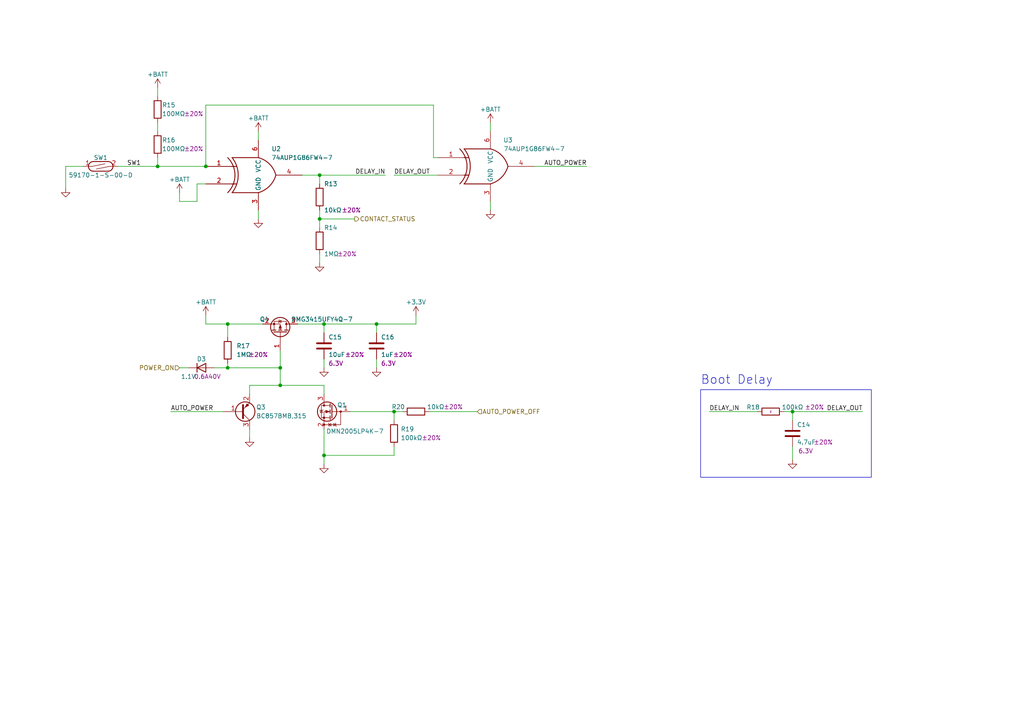
<source format=kicad_sch>
(kicad_sch (version 20230121) (generator eeschema)
  (paper "A4")
  (lib_symbols
    (symbol "Device:C" (pin_numbers hide) (pin_names (offset 0.254))
      (property "Reference" "C" (at 0.635 2.54 0))
      (property "Value" "C" (at 0.635 -2.54 0))
      (symbol "C_0_1"
        (polyline (pts (xy -2.032 -0.762) (xy 2.032 -0.762)) (stroke (width 0.508)))
        (polyline (pts (xy -2.032 0.762) (xy 2.032 0.762)) (stroke (width 0.508)))
      )
      (symbol "C_1_1"
        (pin passive line (at 0 3.81 270) (length 2.794) (name "~") (number "1"))
        (pin passive line (at 0 -3.81 90) (length 2.794) (name "~") (number "2"))
      )
    )
    (symbol "Device:D" (pin_numbers hide) (pin_names (offset 1.016) hide)
      (property "Reference" "D" (at 0 2.54 0))
      (property "Value" "D" (at 0 -2.54 0))
      (symbol "D_0_1"
        (polyline (pts (xy -1.27 1.27) (xy -1.27 -1.27)) (stroke (width 0.254)))
        (polyline (pts (xy 1.27 0) (xy -1.27 0)))
        (polyline (pts (xy 1.27 1.27) (xy 1.27 -1.27) (xy -1.27 0) (xy 1.27 1.27)) (stroke (width 0.254)))
      )
      (symbol "D_1_1"
        (pin passive line (at -3.81 0 0) (length 2.54) (name "K") (number "1"))
        (pin passive line (at 3.81 0 180) (length 2.54) (name "A") (number "2"))
      )
    )
    (symbol "Device:R" (pin_numbers hide) (pin_names (offset 0))
      (property "Reference" "R" (at 2.032 0 90))
      (property "Value" "R" (at 0 0 90))
      (symbol "R_0_1"
        (rectangle (start -1.016 -2.54) (end 1.016 2.54) (stroke (width 0.254)))
      )
      (symbol "R_1_1"
        (pin passive line (at 0 3.81 270) (length 1.27) (name "~") (number "1"))
        (pin passive line (at 0 -3.81 90) (length 1.27) (name "~") (number "2"))
      )
    )
    (symbol "easyeda2kicad:59170-1-S-00-D" (pin_names hide)
      (property "Reference" "SW" (at 0 2.54 0))
      (property "Value" "59170-1-S-00-D" (at 0 -2.54 0))
      (symbol "59170-1-S-00-D_0_0"
        (arc (start -2.159 1.397) (mid -3.55 0) (end -2.159 -1.397) (stroke (width 0.254)))
        (polyline (pts (xy -2.54 0) (xy 1.27 0.762)))
        (polyline (pts (xy -2.159 -1.397) (xy 2.286 -1.397)) (stroke (width 0.254)))
        (polyline (pts (xy 2.159 1.397) (xy -2.159 1.397)) (stroke (width 0.254)))
        (polyline (pts (xy 2.54 0) (xy -1.27 -0.762)))
        (arc (start 2.159 -1.397) (mid 3.55 0) (end 2.159 1.397) (stroke (width 0.254)))
      )
      (symbol "59170-1-S-00-D_1_1"
        (pin passive line (at -5.08 0 0) (length 2.54) (name "1") (number "1"))
        (pin passive line (at 5.08 0 180) (length 2.54) (name "2") (number "2"))
      )
    )
    (symbol "easyeda2kicad:74AUP1G86FW4-7"
      (property "Reference" "U" (at 0 7.62 0))
      (property "Value" "74AUP1G86FW4-7" (at 0 -7.62 0))
      (symbol "74AUP1G86FW4-7_0_1"
        (arc (start -8.89 -5.08) (mid -6.7858 0) (end -8.89 5.08) (stroke (width 0.254)))
        (arc (start -7.62 -5.08) (mid -5.838 0) (end -7.62 5.08) (stroke (width 0.254)))
        (arc (start 0 -5.08) (mid 3.1986 -3.2054) (end 5.08 0) (stroke (width 0.254)))
        (polyline (pts (xy -7.62 -2.54) (xy -6.35 -2.54)) (stroke (width 0.254)) (fill (type background)))
        (polyline (pts (xy -7.62 2.54) (xy -6.35 2.54)) (stroke (width 0.254)) (fill (type background)))
        (polyline (pts (xy 0 -5.08) (xy -7.62 -5.08)) (stroke (width 0.254)) (fill (type background)))
        (polyline (pts (xy 0 5.08) (xy -7.62 5.08)) (stroke (width 0.254)) (fill (type background)))
        (arc (start 5.08 0) (mid 3.2238 3.2304) (end 0 5.08) (stroke (width 0.254)))
      )
      (symbol "74AUP1G86FW4-7_1_1"
        (pin input line (at -15.24 2.54 0) (length 7.62) (name "~") (number "1"))
        (pin input line (at -15.24 -2.54 0) (length 7.62) (name "~") (number "2"))
        (pin power_in line (at 0 -10.16 90) (length 5.08) (name "GND") (number "3"))
        (pin output line (at 12.7 0 180) (length 7.62) (name "~") (number "4"))
        (pin no_connect line (at -3.81 10.16 270) (length 5.08) hide (name "NC") (number "5"))
        (pin power_in line (at 0 10.16 270) (length 5.08) (name "VCC") (number "6"))
      )
    )
    (symbol "easyeda2kicad:BC857BMB,315" (pin_names (offset 0) hide)
      (property "Reference" "Q" (at 5.08 1.905 0))
      (property "Value" "BC857BMB,315" (at 5.08 0 0))
      (symbol "BC857BMB,315_0_1"
        (polyline (pts (xy 0.635 0.635) (xy 2.54 2.54)))
        (polyline (pts (xy 0.635 -0.635) (xy 2.54 -2.54) (xy 2.54 -2.54)))
        (polyline (pts (xy 0.635 1.905) (xy 0.635 -1.905) (xy 0.635 -1.905)) (stroke (width 0.508)))
        (polyline (pts (xy 2.286 -1.778) (xy 1.778 -2.286) (xy 1.27 -1.27) (xy 2.286 -1.778) (xy 2.286 -1.778)) (fill (type outline)))
        (circle (center 1.27 0) (radius 2.8194) (stroke (width 0.254)))
      )
      (symbol "BC857BMB,315_1_1"
        (pin input line (at -5.08 0 0) (length 5.715) (name "B") (number "1"))
        (pin passive line (at 2.54 -5.08 90) (length 2.54) (name "E") (number "2"))
        (pin passive line (at 2.54 5.08 270) (length 2.54) (name "C") (number "3"))
      )
    )
    (symbol "easyeda2kicad:DMG3415UFY4Q-7" (pin_names (offset 0) hide)
      (property "Reference" "Q" (at 5.08 1.27 0))
      (property "Value" "DMG3415UFY4Q-7" (at 5.08 -1.27 0))
      (symbol "DMG3415UFY4Q-7_0_1"
        (polyline (pts (xy 0.254 0) (xy -2.54 0)))
        (polyline (pts (xy 0.254 1.905) (xy 0.254 -1.905)) (stroke (width 0.254)))
        (polyline (pts (xy 0.762 -1.27) (xy 0.762 -2.286)) (stroke (width 0.254)))
        (polyline (pts (xy 0.762 0.508) (xy 0.762 -0.508)) (stroke (width 0.254)))
        (polyline (pts (xy 0.762 2.286) (xy 0.762 1.27)) (stroke (width 0.254)))
        (polyline (pts (xy 2.54 2.54) (xy 2.54 1.778)))
        (polyline (pts (xy 2.54 -2.54) (xy 2.54 0) (xy 0.762 0)))
        (polyline (pts (xy 0.762 1.778) (xy 3.302 1.778) (xy 3.302 -1.778) (xy 0.762 -1.778)))
        (polyline (pts (xy 2.286 0) (xy 1.27 0.381) (xy 1.27 -0.381) (xy 2.286 0)) (fill (type outline)))
        (polyline (pts (xy 2.794 -0.508) (xy 2.921 -0.381) (xy 3.683 -0.381) (xy 3.81 -0.254)))
        (polyline (pts (xy 3.302 -0.381) (xy 2.921 0.254) (xy 3.683 0.254) (xy 3.302 -0.381)))
        (circle (center 1.651 0) (radius 2.794) (stroke (width 0.254)))
        (circle (center 2.54 -1.778) (radius 0.254) (fill (type outline)))
        (circle (center 2.54 1.778) (radius 0.254) (fill (type outline)))
      )
      (symbol "DMG3415UFY4Q-7_1_1"
        (pin input line (at -5.08 0 0) (length 2.54) (name "G") (number "1"))
        (pin passive line (at 2.54 -5.08 90) (length 2.54) (name "S") (number "2"))
        (pin passive line (at 2.54 5.08 270) (length 2.54) (name "D") (number "3"))
      )
    )
    (symbol "easyeda2kicad:DMN2005LP4K-7" (pin_names (offset 0) hide)
      (property "Reference" "Q" (at 5.08 1.905 0))
      (property "Value" "DMN2005LP4K-7" (at 5.08 0 0))
      (symbol "DMN2005LP4K-7_0_1"
        (polyline (pts (xy 2.54 -3.81) (xy -2.286 -3.81) (xy -2.286 0)))
      )
      (symbol "DMN2005LP4K-7_1_1"
        (circle (center -2.286 0) (radius 0.254) (fill (type outline)))
        (polyline (pts (xy 0.254 0) (xy -2.54 0)))
        (polyline (pts (xy 0.254 1.905) (xy 0.254 -1.905)) (stroke (width 0.254)))
        (polyline (pts (xy 0.762 -1.27) (xy 0.762 -2.286)) (stroke (width 0.254)))
        (polyline (pts (xy 0.762 0.508) (xy 0.762 -0.508)) (stroke (width 0.254)))
        (polyline (pts (xy 0.762 2.286) (xy 0.762 1.27)) (stroke (width 0.254)))
        (polyline (pts (xy 2.54 2.54) (xy 2.54 1.778)))
        (polyline (pts (xy 2.54 -2.54) (xy 2.54 0) (xy 0.762 0)))
        (polyline (pts (xy -1.016 -4.318) (xy -0.889 -4.191) (xy -0.889 -3.429) (xy -0.762 -3.302)))
        (polyline (pts (xy -0.889 -3.81) (xy -0.254 -4.191) (xy -0.254 -3.429) (xy -0.889 -3.81)))
        (polyline (pts (xy 0.762 -1.778) (xy 3.302 -1.778) (xy 3.302 1.778) (xy 0.762 1.778)))
        (polyline (pts (xy 1.016 0) (xy 2.032 0.381) (xy 2.032 -0.381) (xy 1.016 0)) (fill (type outline)))
        (polyline (pts (xy 1.143 -3.81) (xy 0.508 -3.429) (xy 0.508 -4.191) (xy 1.143 -3.81)))
        (polyline (pts (xy 1.27 -3.302) (xy 1.143 -3.429) (xy 1.143 -4.191) (xy 1.016 -4.318)))
        (polyline (pts (xy 2.794 0.508) (xy 2.921 0.381) (xy 3.683 0.381) (xy 3.81 0.254)))
        (polyline (pts (xy 3.302 0.381) (xy 2.921 -0.254) (xy 3.683 -0.254) (xy 3.302 0.381)))
        (circle (center 1.651 0) (radius 2.794) (stroke (width 0.254)))
        (circle (center 2.54 -3.81) (radius 0.254) (fill (type outline)))
        (circle (center 2.54 -1.778) (radius 0.254) (fill (type outline)))
        (circle (center 2.54 1.778) (radius 0.254) (fill (type outline)))
        (pin input line (at -5.08 0 0) (length 2.54) (name "G") (number "1"))
        (pin passive line (at 2.54 -5.08 90) (length 2.54) (name "S") (number "2"))
        (pin passive line (at 2.54 5.08 270) (length 2.54) (name "D") (number "3"))
      )
    )
    (symbol "power:+3.3V" (power) (pin_names (offset 0))
      (property "Value" "+3.3V" (at 0 3.556 0))
      (symbol "+3.3V_0_1"
        (polyline (pts (xy -0.762 1.27) (xy 0 2.54)))
        (polyline (pts (xy 0 0) (xy 0 2.54)))
        (polyline (pts (xy 0 2.54) (xy 0.762 1.27)))
      )
      (symbol "+3.3V_1_1"
        (pin power_in line (at 0 0 90) (length 0) hide (name "+3.3V") (number "1"))
      )
    )
    (symbol "power:+BATT" (power) (pin_names (offset 0))
      (property "Value" "+BATT" (at 0 3.556 0))
      (symbol "+BATT_0_1"
        (polyline (pts (xy -0.762 1.27) (xy 0 2.54)))
        (polyline (pts (xy 0 0) (xy 0 2.54)))
        (polyline (pts (xy 0 2.54) (xy 0.762 1.27)))
      )
      (symbol "+BATT_1_1"
        (pin power_in line (at 0 0 90) (length 0) hide (name "+BATT") (number "1"))
      )
    )
    (symbol "power:GND" (power) (pin_names (offset 0))
      (property "Value" "GND" (at 0 -3.81 0))
      (symbol "GND_0_1"
        (polyline (pts (xy 0 0) (xy 0 -1.27) (xy 1.27 -1.27) (xy 0 -2.54) (xy -1.27 -1.27) (xy 0 -1.27)))
      )
      (symbol "GND_1_1"
        (pin power_in line (at 0 0 270) (length 0) hide (name "GND") (number "1"))
      )
    )
  )
  (junction (at 81.28 111.76))
  (junction (at 92.71 50.8))
  (junction (at 93.98 132.08))
  (junction (at 114.3 119.38))
  (junction (at 93.98 93.98))
  (junction (at 66.04 93.98))
  (junction (at 229.87 119.38))
  (junction (at 66.04 106.68))
  (junction (at 109.22 93.98))
  (junction (at 81.28 106.68))
  (junction (at 92.71 63.5))
  (junction (at 45.72 48.26))
  (junction (at 59.69 48.26))
  (wire (pts (xy 66.04 93.98) (xy 66.04 97.79)))
  (wire (pts (xy 45.72 48.26) (xy 59.69 48.26)))
  (wire (pts (xy 93.98 93.98) (xy 109.22 93.98)))
  (wire (pts (xy 81.28 101.6) (xy 81.28 106.68)))
  (wire (pts (xy 92.71 50.8) (xy 111.76 50.8)))
  (wire (pts (xy 86.36 93.98) (xy 93.98 93.98)))
  (wire (pts (xy 92.71 60.96) (xy 92.71 63.5)))
  (wire (pts (xy 101.6 119.38) (xy 114.3 119.38)))
  (wire (pts (xy 124.46 119.38) (xy 138.43 119.38)))
  (wire (pts (xy 57.15 53.34) (xy 59.69 53.34)))
  (wire (pts (xy 59.69 30.48) (xy 59.69 48.26)))
  (wire (pts (xy 34.29 48.26) (xy 45.72 48.26)))
  (wire (pts (xy 74.93 38.1) (xy 74.93 40.64)))
  (wire (pts (xy 19.05 48.26) (xy 19.05 54.61)))
  (wire (pts (xy 109.22 93.98) (xy 109.22 96.52)))
  (wire (pts (xy 125.73 30.48) (xy 59.69 30.48)))
  (wire (pts (xy 93.98 132.08) (xy 114.3 132.08)))
  (wire (pts (xy 74.93 60.96) (xy 74.93 63.5)))
  (wire (pts (xy 93.98 111.76) (xy 81.28 111.76)))
  (wire (pts (xy 142.24 58.42) (xy 142.24 60.96)))
  (wire (pts (xy 66.04 93.98) (xy 76.2 93.98)))
  (wire (pts (xy 154.94 48.26) (xy 170.18 48.26)))
  (wire (pts (xy 109.22 93.98) (xy 120.65 93.98)))
  (wire (pts (xy 93.98 132.08) (xy 93.98 134.62)))
  (wire (pts (xy 52.07 58.42) (xy 57.15 58.42)))
  (wire (pts (xy 114.3 119.38) (xy 114.3 121.92)))
  (wire (pts (xy 66.04 105.41) (xy 66.04 106.68)))
  (wire (pts (xy 114.3 119.38) (xy 116.84 119.38)))
  (wire (pts (xy 57.15 53.34) (xy 57.15 58.42)))
  (wire (pts (xy 125.73 45.72) (xy 127 45.72)))
  (wire (pts (xy 93.98 93.98) (xy 93.98 96.52)))
  (wire (pts (xy 205.74 119.38) (xy 219.71 119.38)))
  (wire (pts (xy 45.72 35.56) (xy 45.72 38.1)))
  (wire (pts (xy 114.3 50.8) (xy 127 50.8)))
  (wire (pts (xy 19.05 48.26) (xy 24.13 48.26)))
  (wire (pts (xy 114.3 132.08) (xy 114.3 129.54)))
  (wire (pts (xy 109.22 104.14) (xy 109.22 106.68)))
  (wire (pts (xy 72.39 124.46) (xy 72.39 127)))
  (wire (pts (xy 59.69 91.44) (xy 59.69 93.98)))
  (wire (pts (xy 52.07 106.68) (xy 54.61 106.68)))
  (wire (pts (xy 92.71 66.04) (xy 92.71 63.5)))
  (wire (pts (xy 72.39 111.76) (xy 81.28 111.76)))
  (wire (pts (xy 62.23 106.68) (xy 66.04 106.68)))
  (wire (pts (xy 92.71 63.5) (xy 102.87 63.5)))
  (wire (pts (xy 87.63 50.8) (xy 92.71 50.8)))
  (wire (pts (xy 45.72 45.72) (xy 45.72 48.26)))
  (wire (pts (xy 92.71 73.66) (xy 92.71 76.2)))
  (wire (pts (xy 125.73 45.72) (xy 125.73 30.48)))
  (wire (pts (xy 229.87 119.38) (xy 229.87 121.92)))
  (wire (pts (xy 120.65 91.44) (xy 120.65 93.98)))
  (wire (pts (xy 92.71 50.8) (xy 92.71 53.34)))
  (wire (pts (xy 49.53 119.38) (xy 64.77 119.38)))
  (wire (pts (xy 45.72 25.4) (xy 45.72 27.94)))
  (wire (pts (xy 93.98 124.46) (xy 93.98 132.08)))
  (wire (pts (xy 229.87 129.54) (xy 229.87 133.35)))
  (wire (pts (xy 66.04 106.68) (xy 81.28 106.68)))
  (wire (pts (xy 52.07 58.42) (xy 52.07 55.88)))
  (wire (pts (xy 59.69 93.98) (xy 66.04 93.98)))
  (wire (pts (xy 229.87 119.38) (xy 227.33 119.38)))
  (wire (pts (xy 229.87 119.38) (xy 250.19 119.38)))
  (wire (pts (xy 81.28 111.76) (xy 81.28 106.68)))
  (wire (pts (xy 93.98 104.14) (xy 93.98 106.68)))
  (wire (pts (xy 72.39 114.3) (xy 72.39 111.76)))
  (wire (pts (xy 142.24 35.56) (xy 142.24 38.1)))
  (wire (pts (xy 93.98 111.76) (xy 93.98 114.3)))
  (rectangle (start 203.2 113.03) (end 252.73 138.43))
  (text "Boot Delay" (at 203.2 111.76 0) (effects (font (size 2.54 2.54)) (justify left bottom)))
  (label "DELAY_IN" (at 111.76 50.8 180))
  (label "DELAY_OUT" (at 114.3 50.8 0))
  (label "SW1" (at 36.83 48.26 0))
  (label "DELAY_OUT" (at 250.19 119.38 180))
  (label "DELAY_IN" (at 205.74 119.38 0))
  (label "AUTO_POWER" (at 49.53 119.38 0))
  (label "AUTO_POWER" (at 170.18 48.26 180))
  (hierarchical_label "AUTO_POWER_OFF" (shape input) (at 138.43 119.38 0))
  (hierarchical_label "POWER_ON" (shape input) (at 52.07 106.68 180))
  (hierarchical_label "CONTACT_STATUS" (shape output) (at 102.87 63.5 0))
  (symbol (lib_id "power:GND") (at 229.87 133.35 0) (unit 1)
    (property "Reference" "#PWR044" (effects hide))
    (property "Value" "GND" (effects hide))
  )
  (symbol (lib_id "Device:R") (at 92.71 69.85 0) (unit 1)
    (property "Reference" "R14" (at 93.98 66.04 0) (effects (justify left)))
    (property "Value" "1MΩ" (at 93.98 73.66 0) (effects (justify left)))
    (property "Footprint" "Resistor_SMD:R_0201_0603Metric" (effects hide))
    (property "Tolerance" "±20%" (at 97.79 73.66 0) (effects (justify left)))
    (property "LCSC Part" "C473450" (effects hide))
    (property "Sim.Device" "R" (effects hide))
    (property "Sim.Params" "r=1M" (effects hide))
    (property "Sim.Pins" "1=+ 2=-" (effects hide))
  )
  (symbol (lib_id "easyeda2kicad:74AUP1G86FW4-7") (at 74.93 50.8 0) (unit 1)
    (property "Reference" "U2" (at 78.74 43.18 0) (effects (justify left)))
    (property "Value" "74AUP1G86FW4-7" (at 78.74 45.72 0) (effects (justify left)))
    (property "Footprint" "easyeda2kicad:X2-DFN1010-6_L1.0-W1.0-P0.35-BL" (effects hide))
    (property "Datasheet" "https://lcsc.com/product-detail/Others_Diodes-Incorporated-74AUP1G86FW4-7_C362115.html" (effects hide))
    (property "LCSC Part" "C362115" (effects hide))
    (property "Sim.Library" "lib/74AUP1G86FW4-7.spice.txt" (effects hide))
    (property "Sim.Name" "74AUP1G86FW4" (effects hide))
    (property "Sim.Device" "SUBCKT" (effects hide))
    (property "Sim.Pins" "1=I1 2=I2 4=O2" (effects hide))
  )
  (symbol (lib_id "Device:R") (at 66.04 101.6 0) (unit 1)
    (property "Reference" "R17" (at 68.58 100.33 0) (effects (justify left)))
    (property "Value" "1MΩ" (at 68.58 102.87 0) (effects (justify left)))
    (property "Footprint" "Resistor_SMD:R_0201_0603Metric" (effects hide))
    (property "Tolerance" "±20%" (at 74.93 102.87 0))
    (property "LCSC Part" "C473450" (effects hide))
    (property "Sim.Device" "R" (effects hide))
    (property "Sim.Params" "r=1M" (effects hide))
    (property "Sim.Pins" "1=+ 2=-" (effects hide))
  )
  (symbol (lib_id "power:GND") (at 93.98 134.62 0) (unit 1)
    (property "Reference" "#PWR049" (effects hide))
    (property "Value" "GND" (effects hide))
  )
  (symbol (lib_id "Device:R") (at 92.71 57.15 0) (unit 1)
    (property "Reference" "R13" (at 93.98 53.34 0) (effects (justify left)))
    (property "Value" "10kΩ" (at 93.98 60.96 0) (effects (justify left)))
    (property "Footprint" "Resistor_SMD:R_0201_0603Metric" (effects hide))
    (property "Tolerance" "±20%" (at 99.06 60.96 0) (effects (justify left)))
    (property "LCSC Part" "C304504" (effects hide))
    (property "Sim.Device" "R" (effects hide))
    (property "Sim.Params" "r=10k" (effects hide))
    (property "Sim.Pins" "1=+ 2=-" (effects hide))
  )
  (symbol (lib_id "Device:C") (at 229.87 125.73 0) (unit 1)
    (property "Reference" "C14" (at 231.14 123.19 0) (effects (justify left)))
    (property "Value" "4.7uF" (at 231.14 128.27 0) (effects (justify left)))
    (property "Footprint" "Capacitor_SMD:C_0201_0603Metric" (effects hide))
    (property "Tolerance" "±20%" (at 238.76 128.27 0))
    (property "Voltage" "6.3V" (at 233.68 130.81 0))
    (property "LCSC Part" "C335103" (effects hide))
    (property "Part" "GRM035R60J475ME15D" (effects hide))
    (property "Sim.Device" "C" (effects hide))
    (property "Sim.Params" "c=4700n" (effects hide))
    (property "Sim.Pins" "1=+ 2=-" (effects hide))
  )
  (symbol (lib_id "Device:R") (at 45.72 31.75 0) (mirror x) (unit 1)
    (property "Reference" "R15" (at 46.99 30.48 0) (effects (justify left)))
    (property "Value" "100MΩ" (at 46.99 33.02 0) (effects (justify left)))
    (property "Footprint" "Resistor_SMD:R_0603_1608Metric" (effects hide))
    (property "Tolerance" "±20%" (at 53.34 33.02 0) (effects (justify left)))
    (property "LCSC Part" "C422892" (effects hide))
    (property "Sim.Device" "R" (effects hide))
    (property "Sim.Params" "r=100M" (effects hide))
    (property "Sim.Pins" "1=+ 2=-" (effects hide))
  )
  (symbol (lib_id "power:+BATT") (at 74.93 38.1 0) (unit 1)
    (property "Reference" "#PWR041" (effects hide))
    (property "Value" "+BATT" (at 74.93 34.29 0))
  )
  (symbol (lib_id "power:GND") (at 92.71 76.2 0) (unit 1)
    (property "Reference" "#PWR039" (effects hide))
    (property "Value" "GND" (effects hide))
  )
  (symbol (lib_id "Device:R") (at 120.65 119.38 90) (unit 1)
    (property "Reference" "R20" (at 117.475 118.745 90) (effects (justify left top)))
    (property "Value" "10kΩ" (at 123.825 118.745 90) (effects (justify right top)))
    (property "Footprint" "Resistor_SMD:R_0201_0603Metric" (effects hide))
    (property "Tolerance" "±20%" (at 131.445 118.745 90) (effects (justify top)))
    (property "LCSC Part" "C304504" (effects hide))
    (property "Sim.Device" "R" (effects hide))
    (property "Sim.Params" "r=10k" (effects hide))
    (property "Sim.Pins" "1=+ 2=-" (effects hide))
  )
  (symbol (lib_id "power:+3.3V") (at 120.65 91.44 0) (unit 1)
    (property "Reference" "#PWR048" (effects hide))
    (property "Value" "+3.3V" (at 120.65 87.63 0))
  )
  (symbol (lib_id "power:+BATT") (at 142.24 35.56 0) (unit 1)
    (property "Reference" "#PWR043" (effects hide))
    (property "Value" "+BATT" (at 142.24 31.75 0))
  )
  (symbol (lib_id "Device:C") (at 109.22 100.33 0) (mirror x) (unit 1)
    (property "Reference" "C16" (at 110.49 97.79 0) (effects (justify left)))
    (property "Value" "1uF" (at 110.49 102.87 0) (effects (justify left)))
    (property "Footprint" "Capacitor_SMD:C_0201_0603Metric" (effects hide))
    (property "Tolerance" "±20%" (at 116.84 102.87 0))
    (property "Voltage" "6.3V" (at 110.49 105.41 0) (effects (justify left)))
    (property "LCSC Part" "C53067" (effects hide))
    (property "Part" "CL03A105MQ3CSNH" (effects hide))
    (property "Sim.Device" "C" (effects hide))
    (property "Sim.Params" "c=1u" (effects hide))
    (property "Sim.Pins" "1=+ 2=-" (effects hide))
  )
  (symbol (lib_id "easyeda2kicad:BC857BMB,315") (at 69.85 119.38 0) (mirror x) (unit 1)
    (property "Reference" "Q3" (at 74.295 118.11 0) (effects (justify left)))
    (property "Value" "BC857BMB,315" (at 74.295 120.65 0) (effects (justify left)))
    (property "Footprint" "easyeda2kicad:X2-DFN1006-3_L1.0-W0.6-BR" (effects hide))
    (property "Datasheet" "https://lcsc.com/product-detail/presales_Nexperia-BC857BMB-315_C549526.html" (effects hide))
    (property "LCSC Part" "C549526" (effects hide))
    (property "Sim.Library" "lib/BC857BMB.spice.txt" (effects hide))
    (property "Sim.Name" "BC857BMB" (effects hide))
    (property "Sim.Device" "SUBCKT" (effects hide))
    (property "Sim.Pins" "1=1 2=2 3=3" (effects hide))
  )
  (symbol (lib_id "easyeda2kicad:DMG3415UFY4Q-7") (at 81.28 96.52 270) (mirror x) (unit 1)
    (property "Reference" "Q4" (at 78.105 93.345 90) (effects (justify right top)))
    (property "Value" "DMG3415UFY4Q-7" (at 84.455 93.345 90) (effects (justify left top)))
    (property "Footprint" "easyeda2kicad:X2-DFN2015-3_L2.0-W1.5-P0.50-BR" (effects hide))
    (property "LCSC Part" "C5124975" (effects hide))
    (property "Sim.Library" "lib/DMG3415UFY4Q.spice.txt" (effects hide))
    (property "Sim.Name" "DMG3415UFY4Q" (effects hide))
    (property "Sim.Device" "SUBCKT" (effects hide))
    (property "Sim.Pins" "1=10 2=20 3=30" (effects hide))
  )
  (symbol (lib_id "Device:R") (at 223.52 119.38 90) (unit 1)
    (property "Reference" "R18" (at 218.44 118.11 90))
    (property "Value" "100kΩ" (at 229.87 118.11 90))
    (property "Footprint" "Resistor_SMD:R_0201_0603Metric" (effects hide))
    (property "Datasheet" "~" (at 223.52 119.38 0))
    (property "Tolerance" "±20%" (at 236.22 118.11 90))
    (property "LCSC Part" "C304505" (effects hide))
    (property "Sim.Device" "R" (effects hide))
    (property "Sim.Params" "r=100k" (effects hide))
    (property "Sim.Pins" "1=+ 2=-" (effects hide))
  )
  (symbol (lib_id "power:GND") (at 109.22 106.68 0) (unit 1)
    (property "Reference" "#PWR051" (effects hide))
    (property "Value" "GND" (effects hide))
  )
  (symbol (lib_id "power:GND") (at 19.05 54.61 0) (unit 1)
    (property "Reference" "#PWR037" (effects hide))
    (property "Value" "GND" (effects hide))
  )
  (symbol (lib_id "power:+BATT") (at 52.07 55.88 0) (mirror y) (unit 1)
    (property "Reference" "#PWR045" (effects hide))
    (property "Value" "+BATT" (at 52.07 52.07 0))
  )
  (symbol (lib_id "Device:R") (at 45.72 41.91 0) (unit 1)
    (property "Reference" "R16" (at 46.99 40.64 0) (effects (justify left)))
    (property "Value" "100MΩ" (at 46.99 43.18 0) (effects (justify left)))
    (property "Footprint" "Resistor_SMD:R_0603_1608Metric" (effects hide))
    (property "Tolerance" "±20%" (at 53.34 43.18 0) (effects (justify left)))
    (property "LCSC Part" "C422892" (effects hide))
    (property "Sim.Device" "R" (effects hide))
    (property "Sim.Params" "r=100M" (effects hide))
    (property "Sim.Pins" "1=+ 2=-" (effects hide))
  )
  (symbol (lib_id "power:GND") (at 142.24 60.96 0) (unit 1)
    (property "Reference" "#PWR042" (effects hide))
    (property "Value" "GND" (effects hide))
  )
  (symbol (lib_id "easyeda2kicad:DMN2005LP4K-7") (at 96.52 119.38 0) (mirror y) (unit 1)
    (property "Reference" "Q1" (at 97.79 117.475 0) (effects (justify right)))
    (property "Value" "DMN2005LP4K-7" (at 94.615 125.095 0) (effects (justify right)))
    (property "Footprint" "easyeda2kicad:X2-DFN1006-3_L1.0-W0.6-P0.35-BL" (effects hide))
    (property "Datasheet" "https://lcsc.com/product-detail/MOSFET_DIODES_DMN2005LP4K-7_DMN2005LP4K-7_C154746.html" (effects hide))
    (property "LCSC Part" "C154746" (effects hide))
    (property "Sim.Library" "lib/DMN2005LP4K.spice.txt" (effects hide))
    (property "Sim.Name" "DMN2005LP4K" (effects hide))
    (property "Sim.Device" "SUBCKT" (effects hide))
    (property "Sim.Pins" "1=G 2=S 3=D" (effects hide))
  )
  (symbol (lib_id "power:+BATT") (at 59.69 91.44 0) (unit 1)
    (property "Reference" "#PWR047" (effects hide))
    (property "Value" "+BATT" (at 59.69 87.63 0))
  )
  (symbol (lib_id "power:GND") (at 74.93 63.5 0) (unit 1)
    (property "Reference" "#PWR040" (effects hide))
    (property "Value" "GND" (effects hide))
  )
  (symbol (lib_id "Device:C") (at 93.98 100.33 0) (mirror x) (unit 1)
    (property "Reference" "C15" (at 95.25 97.79 0) (effects (justify left)))
    (property "Value" "10uF" (at 95.25 102.87 0) (effects (justify left)))
    (property "Footprint" "Capacitor_SMD:C_0402_1005Metric" (effects hide))
    (property "Tolerance" "±20%" (at 102.87 102.87 0))
    (property "Voltage" "6.3V" (at 95.25 105.41 0) (effects (justify left)))
    (property "LCSC Part" "C15525" (effects hide))
    (property "Part" "CL05A106MQ5NUNC" (effects hide))
    (property "Sim.Device" "C" (effects hide))
    (property "Sim.Params" "c=10u" (effects hide))
    (property "Sim.Pins" "1=+ 2=-" (effects hide))
  )
  (symbol (lib_id "power:GND") (at 72.39 127 0) (unit 1)
    (property "Reference" "#PWR046" (effects hide))
    (property "Value" "GND" (effects hide))
  )
  (symbol (lib_id "Device:D") (at 58.42 106.68 0) (unit 1)
    (property "Reference" "D3" (at 58.42 104.14 0))
    (property "Value" "1.1V" (at 54.61 109.22 0))
    (property "Footprint" "easyeda2kicad:SOD-882_L1.0-W0.6-RD" (effects hide))
    (property "Sim.Device" "D" (effects hide))
    (property "Sim.Pins" "1=K 2=A" (effects hide))
    (property "Part" "LMBR4010BST5G" (effects hide))
    (property "LCSC Part" "C2912031" (effects hide))
    (property "Forward Current" "0.6A" (at 58.42 109.22 0))
    (property "Reverse Voltage" "40V" (at 62.23 109.22 0))
  )
  (symbol (lib_id "Device:R") (at 114.3 125.73 0) (unit 1)
    (property "Reference" "R19" (at 116.205 124.46 0) (effects (justify left)))
    (property "Value" "100kΩ" (at 116.205 127 0) (effects (justify left)))
    (property "Footprint" "Resistor_SMD:R_0201_0603Metric" (effects hide))
    (property "Tolerance" "±20%" (at 125.095 127 0))
    (property "LCSC Part" "C304505" (effects hide))
    (property "Sim.Device" "R" (effects hide))
    (property "Sim.Params" "r=100k" (effects hide))
    (property "Sim.Pins" "1=+ 2=-" (effects hide))
  )
  (symbol (lib_id "easyeda2kicad:59170-1-S-00-D") (at 29.21 48.26 0) (unit 1)
    (property "Reference" "SW1" (at 29.21 45.72 0))
    (property "Value" "59170-1-S-00-D" (at 29.21 50.8 0))
    (property "Footprint" "easyeda2kicad:SENSOR-SMD_59170-1-S-00-D" (effects hide))
    (property "Datasheet" "https://lcsc.com/product-detail/Sensors_Littelfuse-59170-1-S-00-D_C315909.html" (effects hide))
    (property "LCSC Part" "C315909" (effects hide))
    (property "Sim.Device" "SW" (effects hide))
    (property "Sim.Type" "V" (effects hide))
    (property "Sim.Pins" "1=ctrl+ 2=ctrl-" (effects hide))
    (property "Sim.Params" "ic=off" (effects hide))
  )
  (symbol (lib_id "power:GND") (at 93.98 106.68 0) (unit 1)
    (property "Reference" "#PWR050" (effects hide))
    (property "Value" "GND" (effects hide))
  )
  (symbol (lib_id "easyeda2kicad:74AUP1G86FW4-7") (at 142.24 48.26 0) (unit 1)
    (property "Reference" "U3" (at 147.32 40.64 0))
    (property "Value" "74AUP1G86FW4-7" (at 146.05 43.18 0) (effects (justify left)))
    (property "Footprint" "easyeda2kicad:X2-DFN1010-6_L1.0-W1.0-P0.35-BL" (effects hide))
    (property "Datasheet" "https://lcsc.com/product-detail/Others_Diodes-Incorporated-74AUP1G86FW4-7_C362115.html" (effects hide))
    (property "LCSC Part" "C362115" (effects hide))
    (property "Sim.Library" "lib/74AUP1G86FW4-7.spice.txt" (effects hide))
    (property "Sim.Name" "74AUP1G86FW4" (effects hide))
    (property "Sim.Device" "SUBCKT" (effects hide))
    (property "Sim.Pins" "1=I1 2=I2 4=O2" (effects hide))
  )
  (symbol (lib_id "power:+BATT") (at 45.72 25.4 0) (unit 1)
    (property "Reference" "#PWR038" (effects hide))
    (property "Value" "+BATT" (at 45.72 21.59 0))
  )
)
</source>
